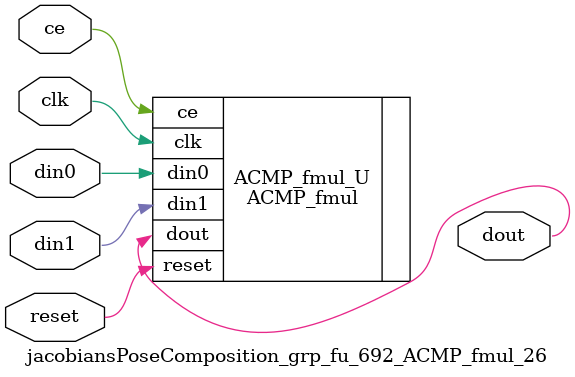
<source format=v>

`timescale 1 ns / 1 ps
module jacobiansPoseComposition_grp_fu_692_ACMP_fmul_26(
    clk,
    reset,
    ce,
    din0,
    din1,
    dout);

parameter ID = 32'd1;
parameter NUM_STAGE = 32'd1;
parameter din0_WIDTH = 32'd1;
parameter din1_WIDTH = 32'd1;
parameter dout_WIDTH = 32'd1;
input clk;
input reset;
input ce;
input[din0_WIDTH - 1:0] din0;
input[din1_WIDTH - 1:0] din1;
output[dout_WIDTH - 1:0] dout;



ACMP_fmul #(
.ID( ID ),
.NUM_STAGE( 4 ),
.din0_WIDTH( din0_WIDTH ),
.din1_WIDTH( din1_WIDTH ),
.dout_WIDTH( dout_WIDTH ))
ACMP_fmul_U(
    .clk( clk ),
    .reset( reset ),
    .ce( ce ),
    .din0( din0 ),
    .din1( din1 ),
    .dout( dout ));

endmodule

</source>
